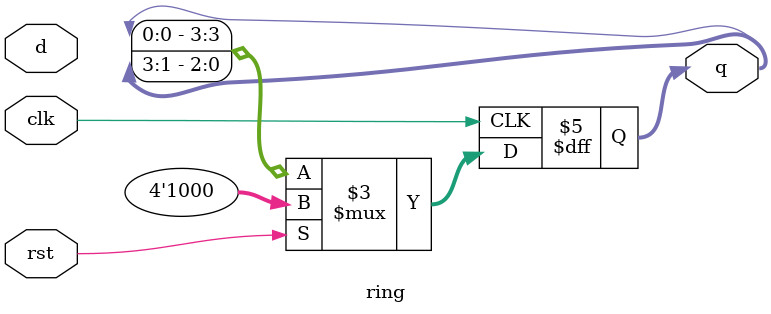
<source format=v>
module ring(input clk,rst,d,output reg[3:0]q);
always@(posedge clk)
begin
    if(rst)
        q<=4'b1000;
    else
        q<=({q[0],q[3:1]});
end
endmodule

</source>
